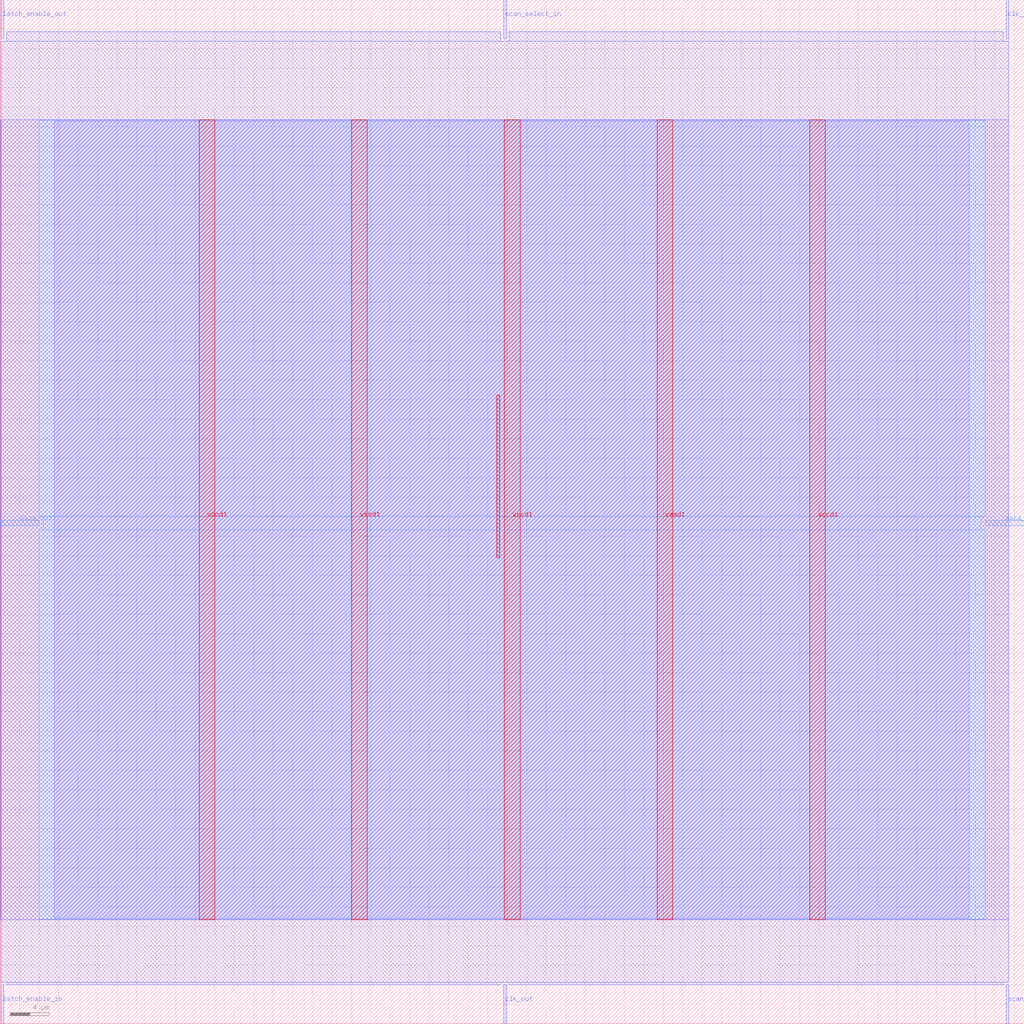
<source format=lef>
VERSION 5.7 ;
  NOWIREEXTENSIONATPIN ON ;
  DIVIDERCHAR "/" ;
  BUSBITCHARS "[]" ;
MACRO scan_wrapper_341159915403870803
  CLASS BLOCK ;
  FOREIGN scan_wrapper_341159915403870803 ;
  ORIGIN 0.000 0.000 ;
  SIZE 105.000 BY 105.000 ;
  PIN clk_in
    DIRECTION INPUT ;
    USE SIGNAL ;
    PORT
      LAYER met2 ;
        RECT 103.130 101.000 103.410 105.000 ;
    END
  END clk_in
  PIN clk_out
    DIRECTION OUTPUT TRISTATE ;
    USE SIGNAL ;
    PORT
      LAYER met2 ;
        RECT 51.610 0.000 51.890 4.000 ;
    END
  END clk_out
  PIN data_in
    DIRECTION INPUT ;
    USE SIGNAL ;
    PORT
      LAYER met3 ;
        RECT 101.000 51.040 105.000 51.640 ;
    END
  END data_in
  PIN data_out
    DIRECTION OUTPUT TRISTATE ;
    USE SIGNAL ;
    PORT
      LAYER met3 ;
        RECT 0.000 51.040 4.000 51.640 ;
    END
  END data_out
  PIN latch_enable_in
    DIRECTION INPUT ;
    USE SIGNAL ;
    PORT
      LAYER met2 ;
        RECT 0.090 0.000 0.370 4.000 ;
    END
  END latch_enable_in
  PIN latch_enable_out
    DIRECTION OUTPUT TRISTATE ;
    USE SIGNAL ;
    PORT
      LAYER met2 ;
        RECT 0.090 101.000 0.370 105.000 ;
    END
  END latch_enable_out
  PIN scan_select_in
    DIRECTION INPUT ;
    USE SIGNAL ;
    PORT
      LAYER met2 ;
        RECT 51.610 101.000 51.890 105.000 ;
    END
  END scan_select_in
  PIN scan_select_out
    DIRECTION OUTPUT TRISTATE ;
    USE SIGNAL ;
    PORT
      LAYER met2 ;
        RECT 103.130 0.000 103.410 4.000 ;
    END
  END scan_select_out
  PIN vccd1
    DIRECTION INPUT ;
    USE POWER ;
    PORT
      LAYER met4 ;
        RECT 20.380 10.640 21.980 92.720 ;
    END
    PORT
      LAYER met4 ;
        RECT 51.700 10.640 53.300 92.720 ;
    END
    PORT
      LAYER met4 ;
        RECT 83.020 10.640 84.620 92.720 ;
    END
  END vccd1
  PIN vssd1
    DIRECTION INPUT ;
    USE GROUND ;
    PORT
      LAYER met4 ;
        RECT 36.040 10.640 37.640 92.720 ;
    END
    PORT
      LAYER met4 ;
        RECT 67.360 10.640 68.960 92.720 ;
    END
  END vssd1
  OBS
      LAYER li1 ;
        RECT 5.520 10.795 99.360 92.565 ;
      LAYER met1 ;
        RECT 0.070 10.640 103.430 92.720 ;
      LAYER met2 ;
        RECT 0.650 100.720 51.330 101.730 ;
        RECT 52.170 100.720 102.850 101.730 ;
        RECT 0.100 4.280 103.400 100.720 ;
        RECT 0.650 4.000 51.330 4.280 ;
        RECT 52.170 4.000 102.850 4.280 ;
      LAYER met3 ;
        RECT 4.000 52.040 101.000 92.645 ;
        RECT 4.400 50.640 100.600 52.040 ;
        RECT 4.000 10.715 101.000 50.640 ;
      LAYER met4 ;
        RECT 50.895 47.775 51.225 64.425 ;
  END
END scan_wrapper_341159915403870803
END LIBRARY


</source>
